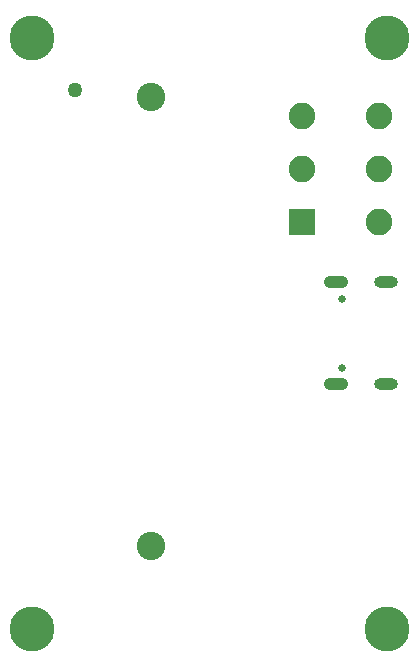
<source format=gbs>
G04 #@! TF.GenerationSoftware,KiCad,Pcbnew,9.0.2*
G04 #@! TF.CreationDate,2025-06-24T14:33:43+02:00*
G04 #@! TF.ProjectId,coral-ir,636f7261-6c2d-4697-922e-6b696361645f,rev?*
G04 #@! TF.SameCoordinates,Original*
G04 #@! TF.FileFunction,Soldermask,Bot*
G04 #@! TF.FilePolarity,Negative*
%FSLAX46Y46*%
G04 Gerber Fmt 4.6, Leading zero omitted, Abs format (unit mm)*
G04 Created by KiCad (PCBNEW 9.0.2) date 2025-06-24 14:33:43*
%MOMM*%
%LPD*%
G01*
G04 APERTURE LIST*
%ADD10C,2.600000*%
%ADD11C,3.800000*%
%ADD12C,0.650000*%
%ADD13O,2.100000X1.050000*%
%ADD14O,2.000000X1.000000*%
%ADD15C,1.270000*%
%ADD16C,2.409000*%
%ADD17R,2.250000X2.250000*%
%ADD18C,2.250000*%
G04 APERTURE END LIST*
D10*
X92500000Y-42500000D03*
D11*
X92500000Y-42500000D03*
D10*
X122500000Y-92500000D03*
D11*
X122500000Y-92500000D03*
D10*
X92500000Y-92500000D03*
D11*
X92500000Y-92500000D03*
D12*
X118720000Y-70390000D03*
X118720000Y-64610000D03*
D13*
X118220000Y-71820000D03*
D14*
X122400000Y-71820000D03*
X122400000Y-63180000D03*
D13*
X118220000Y-63180000D03*
D10*
X122500000Y-42500000D03*
D11*
X122500000Y-42500000D03*
D15*
X96130000Y-46920000D03*
D16*
X102500000Y-85485000D03*
X102500000Y-47515000D03*
D17*
X115350000Y-58100000D03*
D18*
X115350000Y-53600000D03*
X115350000Y-49100000D03*
X121850000Y-49100000D03*
X121850000Y-53600000D03*
X121850000Y-58100000D03*
M02*

</source>
